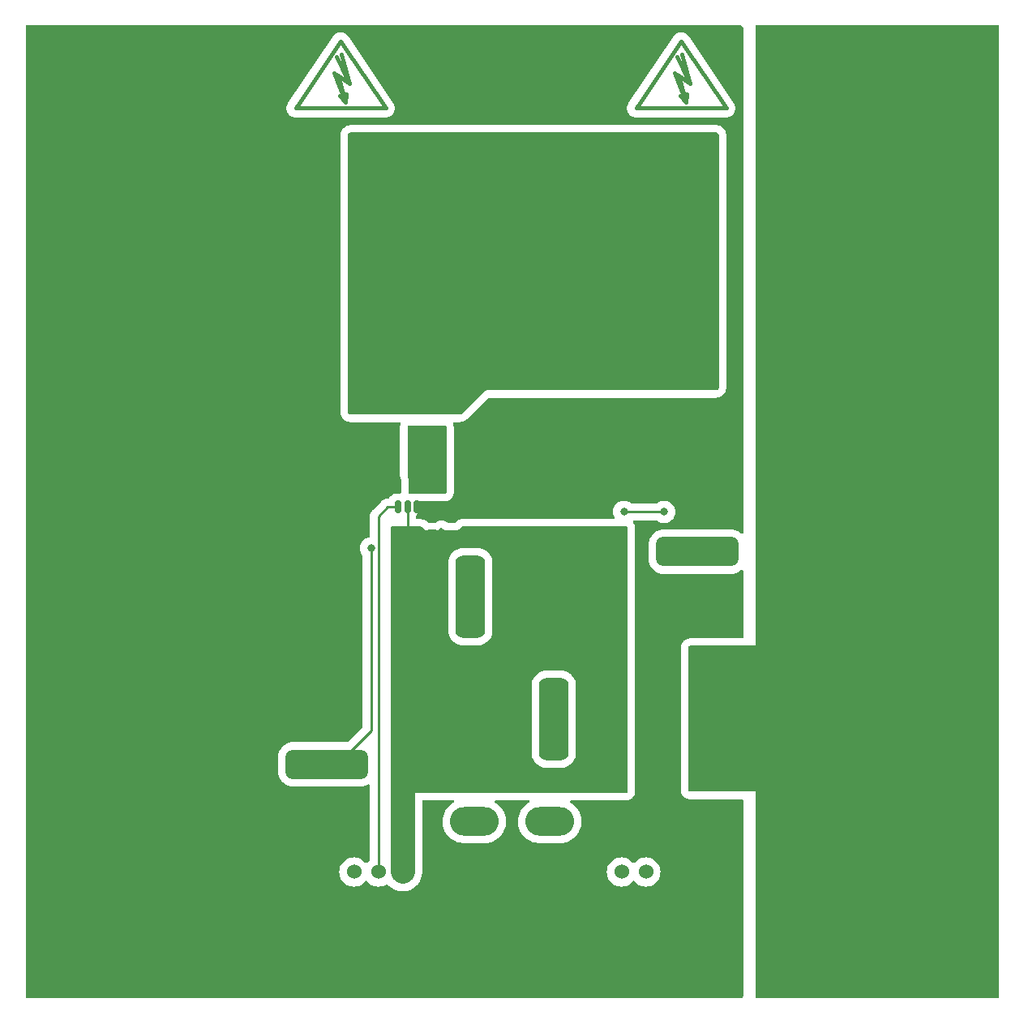
<source format=gbr>
%TF.GenerationSoftware,KiCad,Pcbnew,7.0.2*%
%TF.CreationDate,2024-03-28T22:10:04-05:00*%
%TF.ProjectId,Relay_board_hardware,52656c61-795f-4626-9f61-72645f686172,rev?*%
%TF.SameCoordinates,Original*%
%TF.FileFunction,Copper,L2,Bot*%
%TF.FilePolarity,Positive*%
%FSLAX46Y46*%
G04 Gerber Fmt 4.6, Leading zero omitted, Abs format (unit mm)*
G04 Created by KiCad (PCBNEW 7.0.2) date 2024-03-28 22:10:04*
%MOMM*%
%LPD*%
G01*
G04 APERTURE LIST*
G04 Aperture macros list*
%AMRoundRect*
0 Rectangle with rounded corners*
0 $1 Rounding radius*
0 $2 $3 $4 $5 $6 $7 $8 $9 X,Y pos of 4 corners*
0 Add a 4 corners polygon primitive as box body*
4,1,4,$2,$3,$4,$5,$6,$7,$8,$9,$2,$3,0*
0 Add four circle primitives for the rounded corners*
1,1,$1+$1,$2,$3*
1,1,$1+$1,$4,$5*
1,1,$1+$1,$6,$7*
1,1,$1+$1,$8,$9*
0 Add four rect primitives between the rounded corners*
20,1,$1+$1,$2,$3,$4,$5,0*
20,1,$1+$1,$4,$5,$6,$7,0*
20,1,$1+$1,$6,$7,$8,$9,0*
20,1,$1+$1,$8,$9,$2,$3,0*%
G04 Aperture macros list end*
%TA.AperFunction,EtchedComponent*%
%ADD10C,0.381000*%
%TD*%
%TA.AperFunction,ComponentPad*%
%ADD11O,5.100000X3.000000*%
%TD*%
%TA.AperFunction,ComponentPad*%
%ADD12R,25.400000X50.800000*%
%TD*%
%TA.AperFunction,ComponentPad*%
%ADD13RoundRect,0.775000X-3.525000X0.775000X-3.525000X-0.775000X3.525000X-0.775000X3.525000X0.775000X0*%
%TD*%
%TA.AperFunction,ComponentPad*%
%ADD14RoundRect,0.775000X0.775000X3.525000X-0.775000X3.525000X-0.775000X-3.525000X0.775000X-3.525000X0*%
%TD*%
%TA.AperFunction,ComponentPad*%
%ADD15RoundRect,0.775000X-0.775000X-3.525000X0.775000X-3.525000X0.775000X3.525000X-0.775000X3.525000X0*%
%TD*%
%TA.AperFunction,ComponentPad*%
%ADD16C,1.524000*%
%TD*%
%TA.AperFunction,ComponentPad*%
%ADD17RoundRect,0.775000X3.525000X-0.775000X3.525000X0.775000X-3.525000X0.775000X-3.525000X-0.775000X0*%
%TD*%
%TA.AperFunction,ComponentPad*%
%ADD18R,25.400000X25.400000*%
%TD*%
%TA.AperFunction,SMDPad,CuDef*%
%ADD19RoundRect,0.237500X0.237500X-0.300000X0.237500X0.300000X-0.237500X0.300000X-0.237500X-0.300000X0*%
%TD*%
%TA.AperFunction,SMDPad,CuDef*%
%ADD20RoundRect,0.150000X0.150000X-0.512500X0.150000X0.512500X-0.150000X0.512500X-0.150000X-0.512500X0*%
%TD*%
%TA.AperFunction,SMDPad,CuDef*%
%ADD21RoundRect,0.250000X0.300000X-2.050000X0.300000X2.050000X-0.300000X2.050000X-0.300000X-2.050000X0*%
%TD*%
%TA.AperFunction,SMDPad,CuDef*%
%ADD22RoundRect,0.250000X2.375000X-2.025000X2.375000X2.025000X-2.375000X2.025000X-2.375000X-2.025000X0*%
%TD*%
%TA.AperFunction,SMDPad,CuDef*%
%ADD23RoundRect,0.250002X5.149998X-4.449998X5.149998X4.449998X-5.149998X4.449998X-5.149998X-4.449998X0*%
%TD*%
%TA.AperFunction,ViaPad*%
%ADD24C,0.800000*%
%TD*%
%TA.AperFunction,Conductor*%
%ADD25C,0.254000*%
%TD*%
%TA.AperFunction,Conductor*%
%ADD26C,0.250000*%
%TD*%
%TA.AperFunction,Conductor*%
%ADD27C,2.540000*%
%TD*%
G04 APERTURE END LIST*
D10*
%TO.C,REF\u002A\u002A*%
X174752000Y-59436000D02*
X170053000Y-52451000D01*
X170952160Y-56842660D02*
X169753280Y-56042560D01*
X170952160Y-56842660D02*
X169651680Y-54041040D01*
X170550840Y-58841640D02*
X170652440Y-57942480D01*
X170550840Y-58841640D02*
X169951400Y-58143140D01*
X170550840Y-58841640D02*
X169351960Y-55742840D01*
X170152060Y-53842920D02*
X170952160Y-56842660D01*
X170053000Y-52451000D02*
X165354000Y-59436000D01*
X169753280Y-56042560D02*
X170550840Y-58841640D01*
X169351960Y-55742840D02*
X169951400Y-56141620D01*
X165354000Y-59436000D02*
X174752000Y-59436000D01*
X139192000Y-59436000D02*
X134493000Y-52451000D01*
X135392160Y-56842660D02*
X134193280Y-56042560D01*
X135392160Y-56842660D02*
X134091680Y-54041040D01*
X134990840Y-58841640D02*
X135092440Y-57942480D01*
X134990840Y-58841640D02*
X134391400Y-58143140D01*
X134990840Y-58841640D02*
X133791960Y-55742840D01*
X134592060Y-53842920D02*
X135392160Y-56842660D01*
X134493000Y-52451000D02*
X129794000Y-59436000D01*
X134193280Y-56042560D02*
X134990840Y-58841640D01*
X133791960Y-55742840D02*
X134391400Y-56141620D01*
X129794000Y-59436000D02*
X139192000Y-59436000D01*
%TD*%
D11*
%TO.P,Conn1,1,GND*%
%TO.N,/RLY_V-*%
X148463000Y-133922800D03*
%TO.P,Conn1,2,V+Log*%
%TO.N,/RLY_V+*%
X156337000Y-133922800D03*
%TD*%
D12*
%TO.P,V3,1,1*%
%TO.N,GND*%
X114300000Y-76200000D03*
%TD*%
D13*
%TO.P,K1,1*%
%TO.N,+12V*%
X158754000Y-105740000D03*
%TO.P,K1,2*%
%TO.N,Net-(IC1-DRAIN)*%
X171754000Y-105740000D03*
D14*
%TO.P,K1,3*%
%TO.N,VBUS*%
X173754000Y-123240000D03*
D15*
%TO.P,K1,4*%
%TO.N,/RLY_V+*%
X156754000Y-123240000D03*
%TD*%
D16*
%TO.P,Conn2,1*%
%TO.N,GND*%
X168910000Y-139192000D03*
%TO.P,Conn2,2*%
%TO.N,/V_SENSE_OUT*%
X166370000Y-139192000D03*
%TO.P,Conn2,3*%
%TO.N,+3V3*%
X163830000Y-139192000D03*
%TD*%
D12*
%TO.P,V5,1,1*%
%TO.N,GND*%
X114300000Y-127000000D03*
%TD*%
%TO.P,V2,1,1*%
%TO.N,VBUS*%
X190500000Y-76200000D03*
%TD*%
D16*
%TO.P,Conn3,1*%
%TO.N,+12V*%
X140970000Y-139192000D03*
%TO.P,Conn3,2*%
%TO.N,DSCHG_IN*%
X138430000Y-139192000D03*
%TO.P,Conn3,3*%
%TO.N,RLY_IN*%
X135890000Y-139192000D03*
%TD*%
D12*
%TO.P,V4,1,1*%
%TO.N,VBUS*%
X190500000Y-127000000D03*
%TD*%
D17*
%TO.P,K2,1*%
%TO.N,+12V*%
X146046000Y-127940000D03*
%TO.P,K2,2*%
%TO.N,Net-(IC1-DRAIN)*%
X133046000Y-127940000D03*
D15*
%TO.P,K2,3*%
%TO.N,GND*%
X131046000Y-110440000D03*
D14*
%TO.P,K2,4*%
%TO.N,/RLY_V-*%
X148046000Y-110440000D03*
%TD*%
D18*
%TO.P,V1,1,1*%
%TO.N,/PWRRES*%
X160655000Y-75565000D03*
%TD*%
D19*
%TO.P,C1,1*%
%TO.N,+12V*%
X144018000Y-103960000D03*
%TO.P,C1,2*%
%TO.N,GND*%
X144018000Y-102235000D03*
%TD*%
%TO.P,C2,1*%
%TO.N,+12V*%
X146050000Y-103986500D03*
%TO.P,C2,2*%
%TO.N,GND*%
X146050000Y-102261500D03*
%TD*%
D20*
%TO.P,U2,1,NC*%
%TO.N,GND*%
X142428000Y-101092000D03*
%TO.P,U2,2,Vdd*%
%TO.N,+12V*%
X141478000Y-101092000D03*
%TO.P,U2,3,IN*%
%TO.N,DSCHG_IN*%
X140528000Y-101092000D03*
%TO.P,U2,4,GND*%
%TO.N,GND*%
X140528000Y-98817000D03*
%TO.P,U2,5,OUT*%
%TO.N,Net-(Q1-G)*%
X142428000Y-98817000D03*
%TD*%
D21*
%TO.P,Q1,1,G*%
%TO.N,Net-(Q1-G)*%
X144018000Y-95183000D03*
D22*
%TO.P,Q1,2,D*%
%TO.N,/PWRRES*%
X138703000Y-88458000D03*
X144253000Y-88458000D03*
D23*
X141478000Y-86033000D03*
D22*
X138703000Y-83608000D03*
X144253000Y-83608000D03*
D21*
%TO.P,Q1,3,S*%
%TO.N,GND*%
X138938000Y-95183000D03*
%TD*%
D24*
%TO.N,GND*%
X155575000Y-99060000D03*
X168910000Y-127000000D03*
X168910000Y-130175000D03*
X168910000Y-99060000D03*
X135947000Y-136083000D03*
X129540000Y-135255000D03*
X134620000Y-97155000D03*
X168910000Y-97155000D03*
X128270000Y-97155000D03*
X134620000Y-99060000D03*
X168910000Y-123190000D03*
X164465000Y-93980000D03*
X162560000Y-92075000D03*
X168910000Y-119380000D03*
X175260000Y-97155000D03*
X149225000Y-99060000D03*
X149225000Y-97155000D03*
X155575000Y-97155000D03*
X135947000Y-134305000D03*
X175260000Y-99060000D03*
X168910000Y-116205000D03*
X128270000Y-99060000D03*
%TO.N,Net-(IC1-DRAIN)*%
X164084000Y-101600000D03*
X168275000Y-101600000D03*
X137668000Y-105410000D03*
%TO.N,VBUS*%
X176530000Y-123190000D03*
X176530000Y-127000000D03*
X176530000Y-130175000D03*
X176530000Y-116205000D03*
X176530000Y-119380000D03*
%TO.N,/PWRRES*%
X141478000Y-82931000D03*
X141478000Y-89281000D03*
X145288000Y-86106000D03*
X137668000Y-86106000D03*
X141478000Y-86106000D03*
X137668000Y-89281000D03*
X145288000Y-89281000D03*
X145288000Y-82931000D03*
X137668000Y-82931000D03*
%TD*%
D25*
%TO.N,Net-(IC1-DRAIN)*%
X137668000Y-124460000D02*
X134188000Y-127940000D01*
D26*
X168275000Y-101600000D02*
X164084000Y-101600000D01*
D25*
X134188000Y-127940000D02*
X133046000Y-127940000D01*
X137668000Y-105410000D02*
X137668000Y-124460000D01*
D26*
%TO.N,DSCHG_IN*%
X138430000Y-139192000D02*
X138430000Y-102077500D01*
X139415500Y-101092000D02*
X140528000Y-101092000D01*
X138430000Y-102077500D02*
X139415500Y-101092000D01*
D27*
%TO.N,+12V*%
X141935000Y-127940000D02*
X140970000Y-128905000D01*
D26*
X144145000Y-103960000D02*
X141933000Y-103960000D01*
D27*
X146046000Y-127940000D02*
X141935000Y-127940000D01*
D26*
X141478000Y-103505000D02*
X141933000Y-103960000D01*
X141478000Y-101092000D02*
X141478000Y-103505000D01*
D27*
X140970000Y-128905000D02*
X140970000Y-139192000D01*
D26*
X144018000Y-103960000D02*
X146023500Y-103960000D01*
X146023500Y-103960000D02*
X146050000Y-103986500D01*
%TD*%
%TA.AperFunction,Conductor*%
%TO.N,VBUS*%
G36*
X177800000Y-130810000D02*
G01*
X170939000Y-130810000D01*
X170871961Y-130790315D01*
X170826206Y-130737511D01*
X170815000Y-130686000D01*
X170815000Y-115694000D01*
X170834685Y-115626961D01*
X170887489Y-115581206D01*
X170939000Y-115570000D01*
X177800000Y-115570000D01*
X177800000Y-130810000D01*
G37*
%TD.AperFunction*%
%TD*%
%TA.AperFunction,Conductor*%
%TO.N,VBUS*%
G36*
X201934853Y-50800881D02*
G01*
X201987001Y-50804986D01*
X202127583Y-50817286D01*
X202145705Y-50820238D01*
X202224476Y-50839149D01*
X202227477Y-50839910D01*
X202332793Y-50868130D01*
X202348150Y-50873343D01*
X202376451Y-50885065D01*
X202428496Y-50906622D01*
X202433376Y-50908770D01*
X202526788Y-50952329D01*
X202539135Y-50958963D01*
X202615163Y-51005553D01*
X202621477Y-51009694D01*
X202704166Y-51067594D01*
X202713551Y-51074860D01*
X202781975Y-51133299D01*
X202789124Y-51139908D01*
X202860090Y-51210874D01*
X202866699Y-51218023D01*
X202925135Y-51286442D01*
X202932414Y-51295844D01*
X202990299Y-51378513D01*
X202994451Y-51384845D01*
X203041028Y-51460852D01*
X203047680Y-51473231D01*
X203091208Y-51566577D01*
X203093388Y-51571531D01*
X203126655Y-51651848D01*
X203131868Y-51667205D01*
X203160067Y-51772442D01*
X203160866Y-51775589D01*
X203179760Y-51854290D01*
X203182714Y-51872429D01*
X203195020Y-52013082D01*
X203199119Y-52065166D01*
X203199500Y-52074871D01*
X203199500Y-151125123D01*
X203199118Y-151134853D01*
X203195020Y-151186916D01*
X203182714Y-151327571D01*
X203179760Y-151345705D01*
X203160866Y-151424408D01*
X203160067Y-151427556D01*
X203131868Y-151532793D01*
X203126655Y-151548150D01*
X203093388Y-151628467D01*
X203091208Y-151633421D01*
X203047680Y-151726767D01*
X203041025Y-151739153D01*
X202994451Y-151815153D01*
X202990299Y-151821485D01*
X202932414Y-151904154D01*
X202925129Y-151913563D01*
X202866699Y-151981975D01*
X202860090Y-151989124D01*
X202789124Y-152060090D01*
X202781975Y-152066699D01*
X202713563Y-152125129D01*
X202704154Y-152132414D01*
X202621485Y-152190299D01*
X202615153Y-152194451D01*
X202539153Y-152241025D01*
X202526767Y-152247680D01*
X202433421Y-152291208D01*
X202428467Y-152293388D01*
X202348150Y-152326655D01*
X202332793Y-152331868D01*
X202227556Y-152360067D01*
X202224409Y-152360866D01*
X202145708Y-152379760D01*
X202127569Y-152382714D01*
X201986917Y-152395020D01*
X201963706Y-152396847D01*
X201934833Y-152399119D01*
X201925129Y-152399500D01*
X177924000Y-152399500D01*
X177856961Y-152379815D01*
X177811206Y-152327011D01*
X177800000Y-152275500D01*
X177800000Y-130810000D01*
X177800000Y-50924500D01*
X177819685Y-50857461D01*
X177872489Y-50811706D01*
X177924000Y-50800500D01*
X201925126Y-50800500D01*
X201934853Y-50800881D01*
G37*
%TD.AperFunction*%
%TD*%
%TA.AperFunction,Conductor*%
%TO.N,/PWRRES*%
G36*
X173747980Y-61978383D02*
G01*
X173809011Y-61990523D01*
X173853709Y-62009037D01*
X173895096Y-62036691D01*
X173929309Y-62070904D01*
X173956962Y-62112291D01*
X173975476Y-62156987D01*
X173987617Y-62218019D01*
X173990000Y-62242212D01*
X173990000Y-88633787D01*
X173987617Y-88657980D01*
X173975476Y-88719012D01*
X173956962Y-88763708D01*
X173929309Y-88805095D01*
X173895095Y-88839309D01*
X173853708Y-88866962D01*
X173809012Y-88885476D01*
X173760989Y-88895029D01*
X173747978Y-88897617D01*
X173723788Y-88900000D01*
X149711209Y-88900000D01*
X149614010Y-88919334D01*
X149531602Y-88974397D01*
X147149033Y-91356966D01*
X147130243Y-91372387D01*
X147078498Y-91406962D01*
X147033799Y-91425477D01*
X146972770Y-91437617D01*
X146948578Y-91440000D01*
X135521212Y-91440000D01*
X135497021Y-91437617D01*
X135480690Y-91434368D01*
X135435987Y-91425476D01*
X135391291Y-91406962D01*
X135349904Y-91379309D01*
X135315691Y-91345096D01*
X135288037Y-91303708D01*
X135269523Y-91259010D01*
X135257383Y-91197978D01*
X135255000Y-91173787D01*
X135255000Y-62242212D01*
X135257383Y-62218021D01*
X135269523Y-62156989D01*
X135288037Y-62112291D01*
X135315693Y-62070900D01*
X135349900Y-62036693D01*
X135391292Y-62009036D01*
X135435989Y-61990523D01*
X135497021Y-61978383D01*
X135521212Y-61976000D01*
X173723788Y-61976000D01*
X173747980Y-61978383D01*
G37*
%TD.AperFunction*%
%TD*%
%TA.AperFunction,Conductor*%
%TO.N,GND*%
G36*
X176290494Y-50802883D02*
G01*
X176349010Y-50814523D01*
X176393706Y-50833036D01*
X176410265Y-50844100D01*
X176435096Y-50860691D01*
X176469309Y-50894904D01*
X176496962Y-50936291D01*
X176515476Y-50980987D01*
X176527617Y-51042019D01*
X176530000Y-51066212D01*
X176530000Y-103742359D01*
X176510315Y-103809398D01*
X176457511Y-103855153D01*
X176388353Y-103865097D01*
X176325659Y-103836812D01*
X176252079Y-103774226D01*
X176180626Y-103713448D01*
X175968188Y-103585024D01*
X175968186Y-103585023D01*
X175737898Y-103492340D01*
X175495725Y-103437799D01*
X175352032Y-103427654D01*
X175352028Y-103427653D01*
X175349849Y-103427500D01*
X175347661Y-103427500D01*
X168160340Y-103427500D01*
X168160311Y-103427500D01*
X168158152Y-103427501D01*
X168155974Y-103427654D01*
X168155967Y-103427655D01*
X168012275Y-103437799D01*
X167770101Y-103492340D01*
X167539813Y-103585023D01*
X167327374Y-103713448D01*
X167138285Y-103874285D01*
X166977448Y-104063374D01*
X166849023Y-104275813D01*
X166756340Y-104506101D01*
X166729906Y-104623474D01*
X166701799Y-104748275D01*
X166691500Y-104894151D01*
X166691500Y-104896337D01*
X166691500Y-104896338D01*
X166691500Y-106583659D01*
X166691500Y-106583687D01*
X166691501Y-106585848D01*
X166691654Y-106588026D01*
X166691655Y-106588032D01*
X166701799Y-106731724D01*
X166756340Y-106973898D01*
X166849023Y-107204186D01*
X166849024Y-107204188D01*
X166977448Y-107416626D01*
X167051374Y-107503536D01*
X167138285Y-107605714D01*
X167215694Y-107671557D01*
X167327374Y-107766552D01*
X167539812Y-107894976D01*
X167770101Y-107987659D01*
X168012275Y-108042201D01*
X168158151Y-108052500D01*
X175349848Y-108052499D01*
X175495725Y-108042201D01*
X175737899Y-107987659D01*
X175968188Y-107894976D01*
X176180626Y-107766552D01*
X176325659Y-107643186D01*
X176389477Y-107614745D01*
X176458542Y-107625321D01*
X176510925Y-107671557D01*
X176530000Y-107737639D01*
X176530000Y-114678500D01*
X176510315Y-114745539D01*
X176457511Y-114791294D01*
X176406000Y-114802500D01*
X170939000Y-114802500D01*
X170935706Y-114802854D01*
X170935690Y-114802855D01*
X170779160Y-114819685D01*
X170779157Y-114819685D01*
X170775850Y-114820041D01*
X170772615Y-114820744D01*
X170772601Y-114820747D01*
X170724339Y-114831247D01*
X170702701Y-114836344D01*
X170702688Y-114836347D01*
X170698664Y-114837296D01*
X170694804Y-114838770D01*
X170694790Y-114838775D01*
X170532198Y-114900893D01*
X170412955Y-114982061D01*
X170384883Y-115001169D01*
X170382165Y-115003524D01*
X170382160Y-115003528D01*
X170333317Y-115045850D01*
X170333290Y-115045874D01*
X170332079Y-115046924D01*
X170330921Y-115048039D01*
X170330911Y-115048049D01*
X170273652Y-115103226D01*
X170167991Y-115246729D01*
X170099691Y-115407392D01*
X170099680Y-115407420D01*
X170098276Y-115410725D01*
X170097264Y-115414169D01*
X170097259Y-115414185D01*
X170078591Y-115477764D01*
X170078162Y-115479342D01*
X170068190Y-115516985D01*
X170068188Y-115517001D01*
X170068188Y-115517002D01*
X170047500Y-115694000D01*
X170047500Y-130686000D01*
X170047854Y-130689294D01*
X170047855Y-130689309D01*
X170060767Y-130809401D01*
X170065041Y-130849150D01*
X170065745Y-130852387D01*
X170065747Y-130852398D01*
X170076247Y-130900661D01*
X170081344Y-130922298D01*
X170081346Y-130922307D01*
X170082296Y-130926336D01*
X170083772Y-130930199D01*
X170083775Y-130930209D01*
X170145893Y-131092801D01*
X170145902Y-131092814D01*
X170246169Y-131240117D01*
X170291924Y-131292921D01*
X170348226Y-131351348D01*
X170491726Y-131457007D01*
X170530044Y-131473296D01*
X170652392Y-131525308D01*
X170652405Y-131525312D01*
X170655725Y-131526724D01*
X170659184Y-131527739D01*
X170659185Y-131527740D01*
X170722764Y-131546409D01*
X170724342Y-131546838D01*
X170761985Y-131556809D01*
X170761995Y-131556810D01*
X170762002Y-131556812D01*
X170939000Y-131577500D01*
X170942599Y-131577500D01*
X176406000Y-131577500D01*
X176473039Y-131597185D01*
X176518794Y-131649989D01*
X176530000Y-131701500D01*
X176530000Y-152133787D01*
X176527617Y-152157980D01*
X176515476Y-152219012D01*
X176496962Y-152263708D01*
X176469309Y-152305095D01*
X176435094Y-152339310D01*
X176393706Y-152366963D01*
X176349012Y-152385476D01*
X176313010Y-152392638D01*
X176290491Y-152397117D01*
X176266302Y-152399500D01*
X102874878Y-152399500D01*
X102865147Y-152399118D01*
X102813112Y-152395022D01*
X102724182Y-152387242D01*
X102674278Y-152382877D01*
X102668885Y-152382285D01*
X102666263Y-152381939D01*
X102653538Y-152379579D01*
X102575564Y-152360859D01*
X102572418Y-152360060D01*
X102467203Y-152331868D01*
X102451844Y-152326654D01*
X102371553Y-152293397D01*
X102366600Y-152291218D01*
X102307605Y-152263708D01*
X102273223Y-152247675D01*
X102260842Y-152241022D01*
X102184846Y-152194450D01*
X102178514Y-152190299D01*
X102095846Y-152132415D01*
X102086437Y-152125130D01*
X102018022Y-152066698D01*
X102010873Y-152060089D01*
X101939909Y-151989125D01*
X101933300Y-151981976D01*
X101874868Y-151913561D01*
X101867588Y-151904158D01*
X101809699Y-151821484D01*
X101805548Y-151815152D01*
X101758976Y-151739156D01*
X101752330Y-151726789D01*
X101708769Y-151633375D01*
X101706612Y-151628470D01*
X101673342Y-151548150D01*
X101668130Y-151532795D01*
X101639938Y-151427580D01*
X101639139Y-151424434D01*
X101620422Y-151346472D01*
X101618056Y-151333706D01*
X101617708Y-151331062D01*
X101617120Y-151325688D01*
X101604977Y-151186887D01*
X101600881Y-151134847D01*
X101600500Y-151125130D01*
X101600500Y-128783687D01*
X127983500Y-128783687D01*
X127983501Y-128785848D01*
X127983654Y-128788026D01*
X127983655Y-128788032D01*
X127993799Y-128931724D01*
X128048340Y-129173898D01*
X128141023Y-129404186D01*
X128141024Y-129404188D01*
X128269448Y-129616626D01*
X128343374Y-129703536D01*
X128430285Y-129805714D01*
X128517196Y-129879640D01*
X128619374Y-129966552D01*
X128831812Y-130094976D01*
X129062101Y-130187659D01*
X129304275Y-130242201D01*
X129450151Y-130252500D01*
X136641848Y-130252499D01*
X136787725Y-130242201D01*
X137029899Y-130187659D01*
X137260188Y-130094976D01*
X137354350Y-130038052D01*
X137421904Y-130020216D01*
X137488378Y-130041733D01*
X137532666Y-130095773D01*
X137542500Y-130144169D01*
X137542500Y-137887981D01*
X137522815Y-137955020D01*
X137499032Y-137982271D01*
X137348679Y-138110684D01*
X137254290Y-138221201D01*
X137195784Y-138259395D01*
X137125916Y-138259894D01*
X137066869Y-138222540D01*
X137065710Y-138221201D01*
X136971318Y-138110681D01*
X136788851Y-137954841D01*
X136679746Y-137887981D01*
X136584249Y-137829460D01*
X136502355Y-137795538D01*
X136362553Y-137737630D01*
X136129223Y-137681613D01*
X135890000Y-137662786D01*
X135650776Y-137681613D01*
X135417446Y-137737630D01*
X135195749Y-137829461D01*
X134991148Y-137954841D01*
X134808681Y-138110681D01*
X134652841Y-138293148D01*
X134527461Y-138497749D01*
X134435630Y-138719446D01*
X134379613Y-138952776D01*
X134360786Y-139192000D01*
X134379613Y-139431223D01*
X134435630Y-139664553D01*
X134493538Y-139804355D01*
X134527460Y-139886249D01*
X134527461Y-139886250D01*
X134652841Y-140090851D01*
X134808681Y-140273318D01*
X134991148Y-140429158D01*
X134991150Y-140429159D01*
X134991151Y-140429160D01*
X135195751Y-140554540D01*
X135323225Y-140607341D01*
X135417446Y-140646369D01*
X135491161Y-140664066D01*
X135650778Y-140702387D01*
X135890000Y-140721214D01*
X136129222Y-140702387D01*
X136362553Y-140646369D01*
X136584249Y-140554540D01*
X136788849Y-140429160D01*
X136971318Y-140273318D01*
X137065711Y-140162796D01*
X137124216Y-140124605D01*
X137194084Y-140124105D01*
X137253130Y-140161459D01*
X137254208Y-140162702D01*
X137348682Y-140273318D01*
X137348685Y-140273321D01*
X137531148Y-140429158D01*
X137531150Y-140429159D01*
X137531151Y-140429160D01*
X137735751Y-140554540D01*
X137863225Y-140607341D01*
X137957446Y-140646369D01*
X138031161Y-140664066D01*
X138190778Y-140702387D01*
X138430000Y-140721214D01*
X138669222Y-140702387D01*
X138902553Y-140646369D01*
X139124249Y-140554540D01*
X139250909Y-140476921D01*
X139318353Y-140458677D01*
X139384956Y-140479793D01*
X139409131Y-140501543D01*
X139409213Y-140501656D01*
X139606671Y-140706130D01*
X139830665Y-140881133D01*
X140076835Y-141023260D01*
X140340389Y-141129742D01*
X140616198Y-141198509D01*
X140620497Y-141198960D01*
X140620498Y-141198961D01*
X140894584Y-141227769D01*
X140898894Y-141228222D01*
X141182973Y-141218302D01*
X141462907Y-141168942D01*
X141733247Y-141081103D01*
X141988731Y-140956495D01*
X142224387Y-140797543D01*
X142435628Y-140607341D01*
X142618342Y-140389591D01*
X142768973Y-140148531D01*
X142884589Y-139888853D01*
X142962940Y-139615612D01*
X143002500Y-139334126D01*
X143002500Y-139192000D01*
X162300786Y-139192000D01*
X162319613Y-139431223D01*
X162375630Y-139664553D01*
X162433538Y-139804355D01*
X162467460Y-139886249D01*
X162467461Y-139886250D01*
X162592841Y-140090851D01*
X162748681Y-140273318D01*
X162931148Y-140429158D01*
X162931150Y-140429159D01*
X162931151Y-140429160D01*
X163135751Y-140554540D01*
X163263225Y-140607341D01*
X163357446Y-140646369D01*
X163431161Y-140664066D01*
X163590778Y-140702387D01*
X163830000Y-140721214D01*
X164069222Y-140702387D01*
X164302553Y-140646369D01*
X164524249Y-140554540D01*
X164728849Y-140429160D01*
X164911318Y-140273318D01*
X165005711Y-140162796D01*
X165064216Y-140124605D01*
X165134084Y-140124105D01*
X165193130Y-140161459D01*
X165194208Y-140162702D01*
X165288682Y-140273318D01*
X165288685Y-140273321D01*
X165471148Y-140429158D01*
X165471150Y-140429159D01*
X165471151Y-140429160D01*
X165675751Y-140554540D01*
X165803225Y-140607341D01*
X165897446Y-140646369D01*
X165971161Y-140664066D01*
X166130778Y-140702387D01*
X166370000Y-140721214D01*
X166609222Y-140702387D01*
X166842553Y-140646369D01*
X167064249Y-140554540D01*
X167268849Y-140429160D01*
X167451318Y-140273318D01*
X167607160Y-140090849D01*
X167732540Y-139886249D01*
X167824369Y-139664553D01*
X167880387Y-139431222D01*
X167899214Y-139192000D01*
X167880387Y-138952778D01*
X167824369Y-138719447D01*
X167732540Y-138497751D01*
X167607160Y-138293151D01*
X167607159Y-138293150D01*
X167607158Y-138293148D01*
X167451318Y-138110681D01*
X167268851Y-137954841D01*
X167159746Y-137887981D01*
X167064249Y-137829460D01*
X166982355Y-137795538D01*
X166842553Y-137737630D01*
X166609223Y-137681613D01*
X166370000Y-137662786D01*
X166130776Y-137681613D01*
X165897446Y-137737630D01*
X165675749Y-137829461D01*
X165471148Y-137954841D01*
X165288681Y-138110681D01*
X165194290Y-138221201D01*
X165135784Y-138259395D01*
X165065916Y-138259894D01*
X165006869Y-138222540D01*
X165005710Y-138221201D01*
X164911318Y-138110681D01*
X164728851Y-137954841D01*
X164619746Y-137887981D01*
X164524249Y-137829460D01*
X164442355Y-137795538D01*
X164302553Y-137737630D01*
X164069223Y-137681613D01*
X163830000Y-137662786D01*
X163590776Y-137681613D01*
X163357446Y-137737630D01*
X163135749Y-137829461D01*
X162931148Y-137954841D01*
X162748681Y-138110681D01*
X162592841Y-138293148D01*
X162467461Y-138497749D01*
X162375630Y-138719446D01*
X162319613Y-138952776D01*
X162300786Y-139192000D01*
X143002500Y-139192000D01*
X143002500Y-131828499D01*
X143022185Y-131761461D01*
X143074989Y-131715706D01*
X143126500Y-131704500D01*
X146266024Y-131704500D01*
X146333063Y-131724185D01*
X146378818Y-131776989D01*
X146388762Y-131846147D01*
X146359737Y-131909703D01*
X146321949Y-131939172D01*
X146261113Y-131969913D01*
X146261103Y-131969918D01*
X146257412Y-131971784D01*
X146254001Y-131974125D01*
X146253995Y-131974129D01*
X146011094Y-132140870D01*
X146011080Y-132140880D01*
X146007677Y-132143217D01*
X146004612Y-132145988D01*
X146004602Y-132145997D01*
X145786095Y-132343626D01*
X145786089Y-132343631D01*
X145783021Y-132346407D01*
X145780352Y-132349562D01*
X145780345Y-132349571D01*
X145590127Y-132574562D01*
X145590121Y-132574569D01*
X145587452Y-132577727D01*
X145585229Y-132581208D01*
X145585221Y-132581220D01*
X145426686Y-132829562D01*
X145426682Y-132829569D01*
X145424460Y-132833050D01*
X145422720Y-132836799D01*
X145422717Y-132836805D01*
X145298698Y-133104058D01*
X145298694Y-133104067D01*
X145296953Y-133107820D01*
X145295727Y-133111770D01*
X145295725Y-133111777D01*
X145208434Y-133393177D01*
X145207207Y-133397133D01*
X145206518Y-133401211D01*
X145206518Y-133401216D01*
X145181461Y-133549770D01*
X145156824Y-133695827D01*
X145156686Y-133699950D01*
X145156685Y-133699962D01*
X145146840Y-133994423D01*
X145146840Y-133994433D01*
X145146702Y-133998571D01*
X145147116Y-134002692D01*
X145147117Y-134002703D01*
X145176607Y-134295829D01*
X145177023Y-134299962D01*
X145177983Y-134303990D01*
X145177985Y-134304002D01*
X145246282Y-134590588D01*
X145247244Y-134594624D01*
X145248732Y-134598488D01*
X145248735Y-134598497D01*
X145354618Y-134873416D01*
X145356113Y-134877297D01*
X145358106Y-134880934D01*
X145358108Y-134880938D01*
X145499694Y-135139299D01*
X145499700Y-135139308D01*
X145501688Y-135142936D01*
X145504144Y-135146269D01*
X145504147Y-135146274D01*
X145678909Y-135383462D01*
X145681370Y-135386802D01*
X145891953Y-135604544D01*
X146129679Y-135792274D01*
X146390306Y-135946644D01*
X146669183Y-136064898D01*
X146961333Y-136144926D01*
X147261543Y-136185300D01*
X147265684Y-136185300D01*
X149586567Y-136185300D01*
X149588649Y-136185300D01*
X149815237Y-136170132D01*
X150112080Y-136109796D01*
X150398233Y-136010433D01*
X150668588Y-135873816D01*
X150918323Y-135702383D01*
X151142979Y-135499193D01*
X151338548Y-135267873D01*
X151501540Y-135012550D01*
X151629047Y-134737780D01*
X151718793Y-134448467D01*
X151769176Y-134149773D01*
X151779298Y-133847029D01*
X151748977Y-133545638D01*
X151678756Y-133250976D01*
X151569887Y-132968303D01*
X151495766Y-132833050D01*
X151426305Y-132706300D01*
X151426302Y-132706295D01*
X151424312Y-132702664D01*
X151244630Y-132458798D01*
X151034047Y-132241056D01*
X150899193Y-132134563D01*
X150799571Y-132055892D01*
X150799566Y-132055888D01*
X150796321Y-132053326D01*
X150792765Y-132051219D01*
X150792761Y-132051217D01*
X150596869Y-131935190D01*
X150549220Y-131884089D01*
X150536762Y-131815338D01*
X150563451Y-131750767D01*
X150620814Y-131710875D01*
X150660062Y-131704500D01*
X154140024Y-131704500D01*
X154207063Y-131724185D01*
X154252818Y-131776989D01*
X154262762Y-131846147D01*
X154233737Y-131909703D01*
X154195949Y-131939172D01*
X154135113Y-131969913D01*
X154135103Y-131969918D01*
X154131412Y-131971784D01*
X154128001Y-131974125D01*
X154127995Y-131974129D01*
X153885094Y-132140870D01*
X153885080Y-132140880D01*
X153881677Y-132143217D01*
X153878612Y-132145988D01*
X153878602Y-132145997D01*
X153660095Y-132343626D01*
X153660089Y-132343631D01*
X153657021Y-132346407D01*
X153654352Y-132349562D01*
X153654345Y-132349571D01*
X153464127Y-132574562D01*
X153464121Y-132574569D01*
X153461452Y-132577727D01*
X153459229Y-132581208D01*
X153459221Y-132581220D01*
X153300686Y-132829562D01*
X153300682Y-132829569D01*
X153298460Y-132833050D01*
X153296720Y-132836799D01*
X153296717Y-132836805D01*
X153172698Y-133104058D01*
X153172694Y-133104067D01*
X153170953Y-133107820D01*
X153169727Y-133111770D01*
X153169725Y-133111777D01*
X153082434Y-133393177D01*
X153081207Y-133397133D01*
X153080518Y-133401211D01*
X153080518Y-133401216D01*
X153055461Y-133549770D01*
X153030824Y-133695827D01*
X153030686Y-133699950D01*
X153030685Y-133699962D01*
X153020840Y-133994423D01*
X153020840Y-133994433D01*
X153020702Y-133998571D01*
X153021116Y-134002692D01*
X153021117Y-134002703D01*
X153050607Y-134295829D01*
X153051023Y-134299962D01*
X153051983Y-134303990D01*
X153051985Y-134304002D01*
X153120282Y-134590588D01*
X153121244Y-134594624D01*
X153122732Y-134598488D01*
X153122735Y-134598497D01*
X153228618Y-134873416D01*
X153230113Y-134877297D01*
X153232106Y-134880934D01*
X153232108Y-134880938D01*
X153373694Y-135139299D01*
X153373700Y-135139308D01*
X153375688Y-135142936D01*
X153378144Y-135146269D01*
X153378147Y-135146274D01*
X153552909Y-135383462D01*
X153555370Y-135386802D01*
X153765953Y-135604544D01*
X154003679Y-135792274D01*
X154264306Y-135946644D01*
X154543183Y-136064898D01*
X154835333Y-136144926D01*
X155135543Y-136185300D01*
X155139684Y-136185300D01*
X157460567Y-136185300D01*
X157462649Y-136185300D01*
X157689237Y-136170132D01*
X157986080Y-136109796D01*
X158272233Y-136010433D01*
X158542588Y-135873816D01*
X158792323Y-135702383D01*
X159016979Y-135499193D01*
X159212548Y-135267873D01*
X159375540Y-135012550D01*
X159503047Y-134737780D01*
X159592793Y-134448467D01*
X159643176Y-134149773D01*
X159653298Y-133847029D01*
X159622977Y-133545638D01*
X159552756Y-133250976D01*
X159443887Y-132968303D01*
X159369766Y-132833050D01*
X159300305Y-132706300D01*
X159300302Y-132706295D01*
X159298312Y-132702664D01*
X159118630Y-132458798D01*
X158908047Y-132241056D01*
X158773193Y-132134563D01*
X158673571Y-132055892D01*
X158673566Y-132055888D01*
X158670321Y-132053326D01*
X158666765Y-132051219D01*
X158666761Y-132051217D01*
X158470869Y-131935190D01*
X158423220Y-131884089D01*
X158410762Y-131815338D01*
X158437451Y-131750767D01*
X158494814Y-131710875D01*
X158534062Y-131704500D01*
X164337676Y-131704500D01*
X164341000Y-131704500D01*
X164504150Y-131686959D01*
X164555661Y-131675753D01*
X164581336Y-131669704D01*
X164678023Y-131632764D01*
X164747801Y-131606106D01*
X164747801Y-131606105D01*
X164747803Y-131606105D01*
X164895117Y-131505831D01*
X164947921Y-131460076D01*
X165006348Y-131403774D01*
X165112007Y-131260274D01*
X165181724Y-131096275D01*
X165201409Y-131029236D01*
X165201838Y-131027658D01*
X165211809Y-130990014D01*
X165211809Y-130990005D01*
X165211812Y-130989998D01*
X165232500Y-130813000D01*
X165232500Y-103248000D01*
X165214959Y-103084850D01*
X165203753Y-103033339D01*
X165197704Y-103007664D01*
X165196224Y-103003790D01*
X165134106Y-102841198D01*
X165080537Y-102762500D01*
X165033831Y-102693883D01*
X165031470Y-102691159D01*
X165029265Y-102688292D01*
X165032715Y-102692518D01*
X165003780Y-102629119D01*
X165013740Y-102559963D01*
X165059507Y-102507169D01*
X165126522Y-102487500D01*
X167474947Y-102487500D01*
X167541986Y-102507185D01*
X167558485Y-102519863D01*
X167571433Y-102531667D01*
X167571435Y-102531668D01*
X167571436Y-102531669D01*
X167754609Y-102645085D01*
X167955504Y-102722912D01*
X168167279Y-102762500D01*
X168167281Y-102762500D01*
X168382719Y-102762500D01*
X168382721Y-102762500D01*
X168594496Y-102722912D01*
X168795391Y-102645085D01*
X168978564Y-102531669D01*
X169107503Y-102414125D01*
X169137777Y-102386527D01*
X169147990Y-102373003D01*
X169267612Y-102214599D01*
X169267612Y-102214597D01*
X169267614Y-102214596D01*
X169363643Y-102021742D01*
X169422601Y-101814526D01*
X169428762Y-101748033D01*
X169442480Y-101600000D01*
X169427263Y-101435785D01*
X169422601Y-101385473D01*
X169363643Y-101178257D01*
X169267614Y-100985403D01*
X169137777Y-100813472D01*
X168978566Y-100668332D01*
X168795391Y-100554915D01*
X168795391Y-100554914D01*
X168594496Y-100477088D01*
X168382721Y-100437500D01*
X168167279Y-100437500D01*
X168004832Y-100467867D01*
X167955504Y-100477088D01*
X167754608Y-100554915D01*
X167571433Y-100668332D01*
X167558485Y-100680137D01*
X167495681Y-100710754D01*
X167474947Y-100712500D01*
X164884053Y-100712500D01*
X164817014Y-100692815D01*
X164800515Y-100680137D01*
X164787566Y-100668332D01*
X164604391Y-100554915D01*
X164403496Y-100477088D01*
X164191721Y-100437500D01*
X163976279Y-100437500D01*
X163813832Y-100467867D01*
X163764504Y-100477088D01*
X163563608Y-100554915D01*
X163380433Y-100668332D01*
X163221222Y-100813472D01*
X163091385Y-100985403D01*
X162995356Y-101178257D01*
X162936398Y-101385473D01*
X162916520Y-101600000D01*
X162936398Y-101814526D01*
X162995356Y-102021742D01*
X163072779Y-102177229D01*
X163085040Y-102246014D01*
X163058167Y-102310509D01*
X163000691Y-102350237D01*
X162961779Y-102356500D01*
X147178026Y-102356500D01*
X147175604Y-102356691D01*
X147175590Y-102356692D01*
X147059888Y-102365839D01*
X147059881Y-102365839D01*
X147057437Y-102366033D01*
X147055026Y-102366416D01*
X147055014Y-102366418D01*
X147022178Y-102371642D01*
X147022167Y-102371644D01*
X147018957Y-102372155D01*
X147015822Y-102372999D01*
X147015805Y-102373003D01*
X146863131Y-102414124D01*
X146708654Y-102495489D01*
X146708644Y-102495494D01*
X146705462Y-102497171D01*
X146702495Y-102499205D01*
X146702488Y-102499210D01*
X146647841Y-102536688D01*
X146646493Y-102537651D01*
X146614998Y-102560510D01*
X146514203Y-102658320D01*
X146452384Y-102690880D01*
X146416870Y-102692844D01*
X146348237Y-102686742D01*
X146348214Y-102686741D01*
X146345504Y-102686500D01*
X145754496Y-102686500D01*
X145751785Y-102686741D01*
X145751763Y-102686742D01*
X145663064Y-102694628D01*
X145594545Y-102680957D01*
X145579268Y-102671483D01*
X145512480Y-102623029D01*
X145512466Y-102623019D01*
X145511054Y-102621995D01*
X145507626Y-102619792D01*
X145489711Y-102608278D01*
X145489699Y-102608271D01*
X145487558Y-102606895D01*
X145375338Y-102547281D01*
X145375337Y-102547280D01*
X145375334Y-102547279D01*
X145207989Y-102497507D01*
X145207981Y-102497505D01*
X145204531Y-102496479D01*
X145196907Y-102495148D01*
X145137297Y-102484748D01*
X145137280Y-102484745D01*
X145135701Y-102484470D01*
X145134087Y-102484275D01*
X145134083Y-102484275D01*
X145055147Y-102474768D01*
X145055145Y-102474768D01*
X144936487Y-102480633D01*
X144877158Y-102483566D01*
X144709467Y-102532166D01*
X144709448Y-102532172D01*
X144706000Y-102533172D01*
X144702681Y-102534568D01*
X144702673Y-102534572D01*
X144641606Y-102560280D01*
X144640108Y-102560946D01*
X144604636Y-102577005D01*
X144490397Y-102649859D01*
X144423289Y-102669308D01*
X144412743Y-102668822D01*
X144316236Y-102660242D01*
X144316215Y-102660241D01*
X144313504Y-102660000D01*
X143722496Y-102660000D01*
X143719783Y-102660241D01*
X143719765Y-102660242D01*
X143649608Y-102666480D01*
X143581088Y-102652809D01*
X143549001Y-102628659D01*
X143533191Y-102612124D01*
X143518900Y-102597176D01*
X143489839Y-102571224D01*
X143434854Y-102531667D01*
X143358857Y-102476993D01*
X143198174Y-102408686D01*
X143198172Y-102408685D01*
X143194857Y-102407276D01*
X143191407Y-102406263D01*
X143191396Y-102406259D01*
X143127818Y-102387591D01*
X143126240Y-102387162D01*
X143088596Y-102377190D01*
X143088580Y-102377188D01*
X142911582Y-102356500D01*
X142907983Y-102356500D01*
X142489500Y-102356500D01*
X142422461Y-102336815D01*
X142376706Y-102284011D01*
X142365500Y-102232500D01*
X142365500Y-102187649D01*
X142385185Y-102120610D01*
X142393136Y-102109611D01*
X142397502Y-102104220D01*
X142484584Y-101933312D01*
X142534230Y-101748033D01*
X142540500Y-101668363D01*
X142540499Y-100575141D01*
X142560184Y-100508103D01*
X142612987Y-100462348D01*
X142682146Y-100452404D01*
X142688669Y-100453520D01*
X142707212Y-100457209D01*
X142739305Y-100461434D01*
X142839481Y-100468000D01*
X142841503Y-100468000D01*
X145414676Y-100468000D01*
X145418000Y-100468000D01*
X145581150Y-100450459D01*
X145632661Y-100439253D01*
X145658336Y-100433204D01*
X145755023Y-100396264D01*
X145824801Y-100369606D01*
X145824801Y-100369605D01*
X145824803Y-100369605D01*
X145972117Y-100269331D01*
X146024921Y-100223576D01*
X146083348Y-100167274D01*
X146189007Y-100023774D01*
X146258724Y-99859775D01*
X146278409Y-99792736D01*
X146278838Y-99791158D01*
X146288809Y-99753514D01*
X146288809Y-99753505D01*
X146288812Y-99753498D01*
X146309500Y-99576500D01*
X146309500Y-92712500D01*
X146291959Y-92549350D01*
X146280753Y-92497839D01*
X146274704Y-92472164D01*
X146257026Y-92425892D01*
X146237871Y-92375754D01*
X146232333Y-92306104D01*
X146265331Y-92244517D01*
X146326386Y-92210547D01*
X146353705Y-92207500D01*
X146947054Y-92207500D01*
X146948578Y-92207500D01*
X147023815Y-92203803D01*
X147048007Y-92201420D01*
X147122509Y-92190368D01*
X147183538Y-92178228D01*
X147327509Y-92134554D01*
X147372208Y-92116039D01*
X147504899Y-92045114D01*
X147556644Y-92010539D01*
X147617148Y-91965666D01*
X147635938Y-91950245D01*
X147691737Y-91899670D01*
X149887588Y-89703818D01*
X149948911Y-89670334D01*
X149975269Y-89667500D01*
X173722264Y-89667500D01*
X173723788Y-89667500D01*
X173799032Y-89663803D01*
X173823222Y-89661420D01*
X173897717Y-89650368D01*
X173958751Y-89638227D01*
X174102726Y-89594552D01*
X174147422Y-89576038D01*
X174280098Y-89505121D01*
X174321485Y-89477468D01*
X174437799Y-89382013D01*
X174472013Y-89347799D01*
X174567468Y-89231485D01*
X174595121Y-89190098D01*
X174666038Y-89057422D01*
X174684552Y-89012726D01*
X174728226Y-88868755D01*
X174740367Y-88807723D01*
X174751421Y-88733214D01*
X174753804Y-88709021D01*
X174757500Y-88633787D01*
X174757500Y-62242212D01*
X174753804Y-62166978D01*
X174751421Y-62142785D01*
X174740367Y-62068276D01*
X174728226Y-62007244D01*
X174684552Y-61863273D01*
X174666038Y-61818577D01*
X174595121Y-61685901D01*
X174567468Y-61644514D01*
X174565536Y-61642160D01*
X174565531Y-61642153D01*
X174473949Y-61530559D01*
X174473948Y-61530558D01*
X174472013Y-61528200D01*
X174437800Y-61493987D01*
X174435452Y-61492060D01*
X174435449Y-61492057D01*
X174323844Y-61400465D01*
X174323842Y-61400463D01*
X174321497Y-61398539D01*
X174280110Y-61370885D01*
X174277416Y-61369445D01*
X174277411Y-61369442D01*
X174150093Y-61301390D01*
X174150087Y-61301387D01*
X174147412Y-61299957D01*
X174144624Y-61298802D01*
X174144611Y-61298796D01*
X174105522Y-61282606D01*
X174105520Y-61282605D01*
X174102714Y-61281443D01*
X174099814Y-61280563D01*
X174099802Y-61280559D01*
X173961654Y-61238653D01*
X173961645Y-61238650D01*
X173958745Y-61237771D01*
X173955774Y-61237180D01*
X173955758Y-61237176D01*
X173899214Y-61225929D01*
X173899199Y-61225926D01*
X173897714Y-61225631D01*
X173896231Y-61225411D01*
X173896208Y-61225407D01*
X173824710Y-61214801D01*
X173824691Y-61214798D01*
X173823217Y-61214580D01*
X173821721Y-61214432D01*
X173821716Y-61214432D01*
X173800541Y-61212346D01*
X173800527Y-61212345D01*
X173799025Y-61212197D01*
X173797523Y-61212123D01*
X173797507Y-61212122D01*
X173725301Y-61208574D01*
X173725287Y-61208573D01*
X173723788Y-61208500D01*
X135521212Y-61208500D01*
X135519713Y-61208573D01*
X135519698Y-61208574D01*
X135447489Y-61212122D01*
X135447470Y-61212123D01*
X135445972Y-61212197D01*
X135444469Y-61212344D01*
X135444456Y-61212346D01*
X135423281Y-61214432D01*
X135423271Y-61214433D01*
X135421781Y-61214580D01*
X135420311Y-61214797D01*
X135420287Y-61214801D01*
X135348777Y-61225409D01*
X135348766Y-61225410D01*
X135347289Y-61225630D01*
X135345839Y-61225918D01*
X135345801Y-61225925D01*
X135289248Y-61237175D01*
X135286257Y-61237770D01*
X135283346Y-61238652D01*
X135283342Y-61238654D01*
X135145215Y-61280552D01*
X135145197Y-61280558D01*
X135142294Y-61281439D01*
X135139486Y-61282601D01*
X135139472Y-61282607D01*
X135100412Y-61298785D01*
X135100394Y-61298793D01*
X135097597Y-61299952D01*
X135094914Y-61301386D01*
X135094912Y-61301387D01*
X134967586Y-61369442D01*
X134967575Y-61369448D01*
X134964895Y-61370881D01*
X134962374Y-61372564D01*
X134962358Y-61372575D01*
X134926031Y-61396848D01*
X134926026Y-61396852D01*
X134923503Y-61398538D01*
X134921163Y-61400458D01*
X134921150Y-61400468D01*
X134809550Y-61492057D01*
X134807196Y-61493989D01*
X134772989Y-61528196D01*
X134771064Y-61530541D01*
X134771060Y-61530546D01*
X134679467Y-61642152D01*
X134679458Y-61642163D01*
X134677536Y-61644506D01*
X134675861Y-61647011D01*
X134675846Y-61647033D01*
X134651574Y-61683360D01*
X134651564Y-61683376D01*
X134649880Y-61685897D01*
X134648447Y-61688577D01*
X134648441Y-61688588D01*
X134580388Y-61815910D01*
X134578957Y-61818588D01*
X134577798Y-61821384D01*
X134577798Y-61821387D01*
X134560443Y-61863286D01*
X134559563Y-61866185D01*
X134559559Y-61866198D01*
X134517654Y-62004342D01*
X134516770Y-62007257D01*
X134516176Y-62010242D01*
X134516174Y-62010251D01*
X134504925Y-62066801D01*
X134504918Y-62066839D01*
X134504630Y-62068289D01*
X134504410Y-62069766D01*
X134504409Y-62069777D01*
X134493801Y-62141287D01*
X134493797Y-62141311D01*
X134493580Y-62142781D01*
X134491197Y-62166972D01*
X134491123Y-62168470D01*
X134491122Y-62168489D01*
X134487574Y-62240698D01*
X134487500Y-62242212D01*
X134487500Y-91173787D01*
X134491197Y-91249027D01*
X134493580Y-91273218D01*
X134504630Y-91347710D01*
X134504919Y-91349166D01*
X134504925Y-91349197D01*
X134516174Y-91405747D01*
X134516770Y-91408742D01*
X134560443Y-91552713D01*
X134578957Y-91597411D01*
X134649880Y-91730102D01*
X134651569Y-91732631D01*
X134651574Y-91732638D01*
X134675844Y-91768962D01*
X134675852Y-91768973D01*
X134677534Y-91771490D01*
X134772987Y-91887800D01*
X134807200Y-91922013D01*
X134809558Y-91923948D01*
X134809559Y-91923949D01*
X134921153Y-92015531D01*
X134921160Y-92015536D01*
X134923514Y-92017468D01*
X134964901Y-92045121D01*
X135097577Y-92116038D01*
X135142273Y-92134552D01*
X135286248Y-92178227D01*
X135347282Y-92190368D01*
X135421781Y-92201420D01*
X135445972Y-92203803D01*
X135521212Y-92207500D01*
X140668080Y-92207500D01*
X140735119Y-92227185D01*
X140780874Y-92279989D01*
X140790818Y-92349147D01*
X140782196Y-92380012D01*
X140762691Y-92425892D01*
X140762680Y-92425920D01*
X140761276Y-92429225D01*
X140760264Y-92432669D01*
X140760259Y-92432685D01*
X140741591Y-92496264D01*
X140741162Y-92497842D01*
X140731190Y-92535485D01*
X140731188Y-92535501D01*
X140731188Y-92535502D01*
X140710500Y-92712500D01*
X140710500Y-97834864D01*
X140710503Y-97837097D01*
X140731706Y-98014033D01*
X140745221Y-98070327D01*
X140745744Y-98072493D01*
X140807665Y-98239591D01*
X140809298Y-98242797D01*
X140810752Y-98246114D01*
X140808358Y-98241058D01*
X140817483Y-98264825D01*
X140818772Y-98269635D01*
X140822999Y-98301732D01*
X140822999Y-99341951D01*
X140821093Y-99363611D01*
X140810782Y-99421732D01*
X140809203Y-99544594D01*
X140788658Y-99611375D01*
X140735271Y-99656447D01*
X140685213Y-99667000D01*
X140316559Y-99667000D01*
X140316533Y-99667000D01*
X140314138Y-99667001D01*
X140311747Y-99667189D01*
X140311725Y-99667190D01*
X140240878Y-99672765D01*
X140234467Y-99673270D01*
X140202144Y-99681931D01*
X140049187Y-99722915D01*
X139878279Y-99809998D01*
X139729211Y-99930711D01*
X139608498Y-100079780D01*
X139581398Y-100132965D01*
X139533423Y-100183760D01*
X139475115Y-100198198D01*
X139475218Y-100200152D01*
X139462203Y-100200834D01*
X139395497Y-100204330D01*
X139389007Y-100204500D01*
X139368985Y-100204500D01*
X139365779Y-100204836D01*
X139365758Y-100204838D01*
X139349067Y-100206593D01*
X139342598Y-100207102D01*
X139275896Y-100210598D01*
X139262683Y-100214138D01*
X139243560Y-100217682D01*
X139229964Y-100219111D01*
X139166427Y-100239755D01*
X139160207Y-100241597D01*
X139095694Y-100258884D01*
X139083510Y-100265092D01*
X139065546Y-100272533D01*
X139052530Y-100276762D01*
X138994680Y-100310161D01*
X138988979Y-100313257D01*
X138929468Y-100343580D01*
X138918838Y-100352188D01*
X138902811Y-100363203D01*
X138890965Y-100370042D01*
X138841322Y-100414740D01*
X138836397Y-100418947D01*
X138823343Y-100429519D01*
X138820833Y-100431552D01*
X138818564Y-100433820D01*
X138818536Y-100433846D01*
X138806662Y-100445721D01*
X138801957Y-100450186D01*
X138752323Y-100494877D01*
X138744281Y-100505945D01*
X138731650Y-100520733D01*
X137858735Y-101393649D01*
X137843943Y-101406284D01*
X137832875Y-101414325D01*
X137788176Y-101463968D01*
X137783714Y-101468669D01*
X137771851Y-101480533D01*
X137771834Y-101480551D01*
X137769552Y-101482834D01*
X137767528Y-101485332D01*
X137767502Y-101485362D01*
X137756945Y-101498398D01*
X137752740Y-101503322D01*
X137708041Y-101552968D01*
X137701199Y-101564817D01*
X137690189Y-101580836D01*
X137681580Y-101591467D01*
X137651259Y-101650976D01*
X137648163Y-101656678D01*
X137614760Y-101714534D01*
X137610533Y-101727543D01*
X137603094Y-101745503D01*
X137596882Y-101757696D01*
X137579590Y-101822229D01*
X137577747Y-101828452D01*
X137557111Y-101891962D01*
X137555681Y-101905566D01*
X137552138Y-101924684D01*
X137548597Y-101937898D01*
X137545102Y-102004598D01*
X137544593Y-102011067D01*
X137542838Y-102027758D01*
X137542836Y-102027779D01*
X137542500Y-102030985D01*
X137542500Y-102034228D01*
X137542500Y-102051006D01*
X137542330Y-102057495D01*
X137538834Y-102124204D01*
X137540973Y-102137709D01*
X137542500Y-102157107D01*
X137542500Y-104147855D01*
X137522815Y-104214894D01*
X137470011Y-104260649D01*
X137441286Y-104269743D01*
X137348508Y-104287086D01*
X137147608Y-104364915D01*
X136964433Y-104478332D01*
X136805222Y-104623472D01*
X136675385Y-104795403D01*
X136579356Y-104988257D01*
X136520398Y-105195473D01*
X136500520Y-105409999D01*
X136520398Y-105624526D01*
X136579356Y-105831742D01*
X136675385Y-106024596D01*
X136753454Y-106127974D01*
X136778146Y-106193335D01*
X136778500Y-106202701D01*
X136778500Y-124040194D01*
X136758815Y-124107233D01*
X136742181Y-124127875D01*
X135278875Y-125591181D01*
X135217552Y-125624666D01*
X135191194Y-125627500D01*
X129452340Y-125627500D01*
X129452311Y-125627500D01*
X129450152Y-125627501D01*
X129447974Y-125627654D01*
X129447967Y-125627655D01*
X129304275Y-125637799D01*
X129062101Y-125692340D01*
X128831813Y-125785023D01*
X128619374Y-125913448D01*
X128430285Y-126074285D01*
X128269448Y-126263374D01*
X128141023Y-126475813D01*
X128048340Y-126706101D01*
X127993799Y-126948274D01*
X127993799Y-126948275D01*
X127983500Y-127094151D01*
X127983500Y-127096337D01*
X127983500Y-127096338D01*
X127983500Y-128783659D01*
X127983500Y-128783687D01*
X101600500Y-128783687D01*
X101600500Y-59451197D01*
X128836204Y-59451197D01*
X128836941Y-59457459D01*
X128837632Y-59478221D01*
X128837313Y-59484514D01*
X128849150Y-59561785D01*
X128849729Y-59566060D01*
X128858869Y-59643687D01*
X128860852Y-59649673D01*
X128865709Y-59669875D01*
X128866663Y-59676105D01*
X128893807Y-59749395D01*
X128895235Y-59753466D01*
X128919817Y-59827673D01*
X128922966Y-59833139D01*
X128931789Y-59851947D01*
X128933980Y-59857860D01*
X128933981Y-59857861D01*
X128975316Y-59924178D01*
X128977534Y-59927878D01*
X129016559Y-59995630D01*
X129020735Y-60000342D01*
X129033168Y-60016996D01*
X129036500Y-60022341D01*
X129036502Y-60022343D01*
X129036504Y-60022346D01*
X129090374Y-60079017D01*
X129093273Y-60082176D01*
X129145123Y-60140671D01*
X129150168Y-60144450D01*
X129165699Y-60158260D01*
X129170039Y-60162825D01*
X129234173Y-60207463D01*
X129237673Y-60209990D01*
X129278276Y-60240401D01*
X129300257Y-60256865D01*
X129305951Y-60259547D01*
X129323949Y-60269949D01*
X129329122Y-60273550D01*
X129400953Y-60304375D01*
X129404839Y-60306123D01*
X129475602Y-60339452D01*
X129481728Y-60340934D01*
X129501449Y-60347500D01*
X129507236Y-60349984D01*
X129583788Y-60365715D01*
X129587990Y-60366656D01*
X129628415Y-60376440D01*
X129663983Y-60385050D01*
X129670278Y-60385269D01*
X129690917Y-60387731D01*
X129697089Y-60389000D01*
X129775241Y-60389000D01*
X129779557Y-60389075D01*
X129857686Y-60391796D01*
X129857686Y-60391795D01*
X129857688Y-60391796D01*
X129863902Y-60390742D01*
X129884620Y-60389000D01*
X139156144Y-60389000D01*
X139164387Y-60389274D01*
X139169007Y-60389581D01*
X139225335Y-60393335D01*
X139302800Y-60382722D01*
X139307077Y-60382212D01*
X139384827Y-60374306D01*
X139390833Y-60372421D01*
X139411118Y-60367883D01*
X139417363Y-60367028D01*
X139491161Y-60341018D01*
X139495141Y-60339693D01*
X139569759Y-60316283D01*
X139575259Y-60313229D01*
X139594221Y-60304698D01*
X139600165Y-60302604D01*
X139667198Y-60262282D01*
X139670863Y-60260164D01*
X139739226Y-60222222D01*
X139743998Y-60218124D01*
X139760864Y-60205945D01*
X139761952Y-60205290D01*
X139766256Y-60202702D01*
X139823817Y-60149696D01*
X139826931Y-60146927D01*
X139886290Y-60095972D01*
X139890140Y-60090997D01*
X139904204Y-60075675D01*
X139908837Y-60071411D01*
X139954532Y-60007928D01*
X139957067Y-60004533D01*
X140004929Y-59942703D01*
X140007703Y-59937045D01*
X140018394Y-59919209D01*
X140022070Y-59914105D01*
X140054045Y-59842738D01*
X140055835Y-59838921D01*
X140090287Y-59768689D01*
X140091866Y-59762589D01*
X140098742Y-59742979D01*
X140101321Y-59737226D01*
X140118271Y-59660897D01*
X140119267Y-59656755D01*
X140138869Y-59581055D01*
X140139188Y-59574765D01*
X140141978Y-59554155D01*
X140143343Y-59548015D01*
X140144582Y-59469857D01*
X140144723Y-59465603D01*
X140145454Y-59451197D01*
X164396204Y-59451197D01*
X164396941Y-59457459D01*
X164397632Y-59478221D01*
X164397313Y-59484514D01*
X164409150Y-59561785D01*
X164409729Y-59566060D01*
X164418869Y-59643687D01*
X164420852Y-59649673D01*
X164425709Y-59669875D01*
X164426663Y-59676105D01*
X164453807Y-59749395D01*
X164455235Y-59753466D01*
X164479817Y-59827673D01*
X164482966Y-59833139D01*
X164491789Y-59851947D01*
X164493980Y-59857860D01*
X164493981Y-59857861D01*
X164535316Y-59924178D01*
X164537534Y-59927878D01*
X164576559Y-59995630D01*
X164580735Y-60000342D01*
X164593168Y-60016996D01*
X164596500Y-60022341D01*
X164596502Y-60022343D01*
X164596504Y-60022346D01*
X164650374Y-60079017D01*
X164653273Y-60082176D01*
X164705123Y-60140671D01*
X164710168Y-60144450D01*
X164725699Y-60158260D01*
X164730039Y-60162825D01*
X164794173Y-60207463D01*
X164797673Y-60209990D01*
X164838276Y-60240401D01*
X164860257Y-60256865D01*
X164865951Y-60259547D01*
X164883949Y-60269949D01*
X164889122Y-60273550D01*
X164960953Y-60304375D01*
X164964839Y-60306123D01*
X165035602Y-60339452D01*
X165041728Y-60340934D01*
X165061449Y-60347500D01*
X165067236Y-60349984D01*
X165143788Y-60365715D01*
X165147990Y-60366656D01*
X165188415Y-60376440D01*
X165223983Y-60385050D01*
X165230278Y-60385269D01*
X165250917Y-60387731D01*
X165257089Y-60389000D01*
X165335241Y-60389000D01*
X165339557Y-60389075D01*
X165417686Y-60391796D01*
X165417686Y-60391795D01*
X165417688Y-60391796D01*
X165423902Y-60390742D01*
X165444620Y-60389000D01*
X174716144Y-60389000D01*
X174724387Y-60389274D01*
X174729007Y-60389581D01*
X174785335Y-60393335D01*
X174862800Y-60382722D01*
X174867077Y-60382212D01*
X174944827Y-60374306D01*
X174950833Y-60372421D01*
X174971118Y-60367883D01*
X174977363Y-60367028D01*
X175051161Y-60341018D01*
X175055141Y-60339693D01*
X175129759Y-60316283D01*
X175135259Y-60313229D01*
X175154221Y-60304698D01*
X175160165Y-60302604D01*
X175227198Y-60262282D01*
X175230863Y-60260164D01*
X175299226Y-60222222D01*
X175303998Y-60218124D01*
X175320864Y-60205945D01*
X175321952Y-60205290D01*
X175326256Y-60202702D01*
X175383817Y-60149696D01*
X175386931Y-60146927D01*
X175446290Y-60095972D01*
X175450140Y-60090997D01*
X175464204Y-60075675D01*
X175468837Y-60071411D01*
X175514532Y-60007928D01*
X175517067Y-60004533D01*
X175564929Y-59942703D01*
X175567703Y-59937045D01*
X175578394Y-59919209D01*
X175582070Y-59914105D01*
X175614045Y-59842738D01*
X175615835Y-59838921D01*
X175650287Y-59768689D01*
X175651866Y-59762589D01*
X175658742Y-59742979D01*
X175661321Y-59737226D01*
X175678271Y-59660897D01*
X175679267Y-59656755D01*
X175698869Y-59581055D01*
X175699188Y-59574765D01*
X175701978Y-59554155D01*
X175703343Y-59548015D01*
X175704582Y-59469857D01*
X175704723Y-59465603D01*
X175708686Y-59387482D01*
X175708685Y-59387481D01*
X175708686Y-59387478D01*
X175707733Y-59381258D01*
X175706318Y-59360502D01*
X175706418Y-59354218D01*
X175706418Y-59354217D01*
X175691894Y-59277385D01*
X175691173Y-59273167D01*
X175688862Y-59258084D01*
X175679336Y-59195896D01*
X175677146Y-59189985D01*
X175671586Y-59169953D01*
X175670418Y-59163770D01*
X175640723Y-59091428D01*
X175639175Y-59087462D01*
X175612020Y-59014140D01*
X175608691Y-59008799D01*
X175599209Y-58990291D01*
X175596819Y-58984467D01*
X175553168Y-58919581D01*
X175550860Y-58916018D01*
X175509496Y-58849654D01*
X175509495Y-58849653D01*
X175509494Y-58849651D01*
X175505154Y-58845085D01*
X175492144Y-58828869D01*
X170864654Y-51950169D01*
X170860089Y-51942844D01*
X170830441Y-51891370D01*
X170777494Y-51831638D01*
X170774932Y-51828653D01*
X170723906Y-51767271D01*
X170723903Y-51767269D01*
X170723902Y-51767267D01*
X170720290Y-51764378D01*
X170704946Y-51749792D01*
X170701875Y-51746328D01*
X170701871Y-51746325D01*
X170637953Y-51698450D01*
X170634843Y-51696042D01*
X170572533Y-51646210D01*
X170568410Y-51644106D01*
X170550457Y-51632916D01*
X170546745Y-51630136D01*
X170474512Y-51596115D01*
X170470979Y-51594382D01*
X170466815Y-51592257D01*
X170451411Y-51584395D01*
X170399897Y-51558103D01*
X170395437Y-51556873D01*
X170375587Y-51549522D01*
X170371397Y-51547548D01*
X170293828Y-51528772D01*
X170290021Y-51527786D01*
X170213057Y-51506550D01*
X170208432Y-51506242D01*
X170187514Y-51503038D01*
X170183018Y-51501950D01*
X170103256Y-51499171D01*
X170099332Y-51498972D01*
X170019662Y-51493664D01*
X170015064Y-51494294D01*
X169993947Y-51495364D01*
X169989316Y-51495203D01*
X169910596Y-51508543D01*
X169906711Y-51509138D01*
X169827638Y-51519971D01*
X169823261Y-51521514D01*
X169802783Y-51526815D01*
X169802147Y-51526923D01*
X169798212Y-51527590D01*
X169723798Y-51556500D01*
X169720112Y-51557865D01*
X169644834Y-51584395D01*
X169640860Y-51586786D01*
X169621865Y-51596103D01*
X169617550Y-51597779D01*
X169550489Y-51641070D01*
X169547153Y-51643150D01*
X169478739Y-51684300D01*
X169475322Y-51687447D01*
X169458605Y-51700387D01*
X169454711Y-51702900D01*
X169397765Y-51758777D01*
X169394917Y-51761485D01*
X169336160Y-51815590D01*
X169333450Y-51819356D01*
X169319676Y-51835401D01*
X169316368Y-51838647D01*
X169271807Y-51904884D01*
X169269563Y-51908108D01*
X169222927Y-51972898D01*
X169221031Y-51977129D01*
X169210764Y-51995624D01*
X164583281Y-58874317D01*
X164578452Y-58881003D01*
X164541070Y-58929297D01*
X164506651Y-58999465D01*
X164504685Y-59003303D01*
X164467835Y-59072250D01*
X164466045Y-59078291D01*
X164458491Y-59097646D01*
X164455713Y-59103308D01*
X164436122Y-59178971D01*
X164434969Y-59183125D01*
X164412751Y-59258084D01*
X164412213Y-59264366D01*
X164408711Y-59284841D01*
X164407131Y-59290943D01*
X164403170Y-59369028D01*
X164402876Y-59373331D01*
X164396204Y-59451197D01*
X140145454Y-59451197D01*
X140148686Y-59387482D01*
X140148685Y-59387481D01*
X140148686Y-59387478D01*
X140147733Y-59381258D01*
X140146318Y-59360502D01*
X140146418Y-59354218D01*
X140146418Y-59354217D01*
X140131894Y-59277385D01*
X140131173Y-59273167D01*
X140128862Y-59258084D01*
X140119336Y-59195896D01*
X140117146Y-59189985D01*
X140111586Y-59169953D01*
X140110418Y-59163770D01*
X140080723Y-59091428D01*
X140079175Y-59087462D01*
X140052020Y-59014140D01*
X140048691Y-59008799D01*
X140039209Y-58990291D01*
X140036819Y-58984467D01*
X139993168Y-58919581D01*
X139990860Y-58916018D01*
X139949496Y-58849654D01*
X139949495Y-58849653D01*
X139949494Y-58849651D01*
X139945154Y-58845085D01*
X139932144Y-58828869D01*
X135304654Y-51950169D01*
X135300089Y-51942844D01*
X135270441Y-51891370D01*
X135217494Y-51831638D01*
X135214932Y-51828653D01*
X135163906Y-51767271D01*
X135163903Y-51767269D01*
X135163902Y-51767267D01*
X135160290Y-51764378D01*
X135144946Y-51749792D01*
X135141875Y-51746328D01*
X135141871Y-51746325D01*
X135077953Y-51698450D01*
X135074843Y-51696042D01*
X135012533Y-51646210D01*
X135008410Y-51644106D01*
X134990457Y-51632916D01*
X134986745Y-51630136D01*
X134914512Y-51596115D01*
X134910979Y-51594382D01*
X134906815Y-51592257D01*
X134891411Y-51584395D01*
X134839897Y-51558103D01*
X134835437Y-51556873D01*
X134815587Y-51549522D01*
X134811397Y-51547548D01*
X134733828Y-51528772D01*
X134730021Y-51527786D01*
X134653057Y-51506550D01*
X134648432Y-51506242D01*
X134627514Y-51503038D01*
X134623018Y-51501950D01*
X134543256Y-51499171D01*
X134539332Y-51498972D01*
X134459662Y-51493664D01*
X134455064Y-51494294D01*
X134433947Y-51495364D01*
X134429316Y-51495203D01*
X134350596Y-51508543D01*
X134346711Y-51509138D01*
X134267638Y-51519971D01*
X134263261Y-51521514D01*
X134242783Y-51526815D01*
X134242147Y-51526923D01*
X134238212Y-51527590D01*
X134163798Y-51556500D01*
X134160112Y-51557865D01*
X134084834Y-51584395D01*
X134080860Y-51586786D01*
X134061865Y-51596103D01*
X134057550Y-51597779D01*
X133990489Y-51641070D01*
X133987153Y-51643150D01*
X133918739Y-51684300D01*
X133915322Y-51687447D01*
X133898605Y-51700387D01*
X133894711Y-51702900D01*
X133837765Y-51758777D01*
X133834917Y-51761485D01*
X133776160Y-51815590D01*
X133773450Y-51819356D01*
X133759676Y-51835401D01*
X133756368Y-51838647D01*
X133711807Y-51904884D01*
X133709563Y-51908108D01*
X133662927Y-51972898D01*
X133661031Y-51977129D01*
X133650764Y-51995624D01*
X129023281Y-58874317D01*
X129018452Y-58881003D01*
X128981070Y-58929297D01*
X128946651Y-58999465D01*
X128944685Y-59003303D01*
X128907835Y-59072250D01*
X128906045Y-59078291D01*
X128898491Y-59097646D01*
X128895713Y-59103308D01*
X128876122Y-59178971D01*
X128874969Y-59183125D01*
X128852751Y-59258084D01*
X128852213Y-59264366D01*
X128848711Y-59284841D01*
X128847131Y-59290943D01*
X128843170Y-59369028D01*
X128842876Y-59373331D01*
X128836204Y-59451197D01*
X101600500Y-59451197D01*
X101600500Y-52074872D01*
X101600882Y-52065144D01*
X101604977Y-52013107D01*
X101617123Y-51874272D01*
X101617704Y-51868969D01*
X101617760Y-51868540D01*
X101618053Y-51866314D01*
X101620415Y-51853555D01*
X101639155Y-51775498D01*
X101639925Y-51772466D01*
X101668134Y-51667190D01*
X101673339Y-51651858D01*
X101706626Y-51571495D01*
X101708754Y-51566658D01*
X101752337Y-51473195D01*
X101758966Y-51460860D01*
X101805548Y-51384844D01*
X101809683Y-51378538D01*
X101867602Y-51295820D01*
X101874849Y-51286461D01*
X101933322Y-51217997D01*
X101939884Y-51210899D01*
X102010899Y-51139884D01*
X102017997Y-51133322D01*
X102086461Y-51074849D01*
X102095820Y-51067602D01*
X102178538Y-51009683D01*
X102184846Y-51005548D01*
X102260860Y-50958966D01*
X102273195Y-50952337D01*
X102366658Y-50908754D01*
X102371495Y-50906626D01*
X102451858Y-50873339D01*
X102467190Y-50868134D01*
X102572466Y-50839925D01*
X102575498Y-50839155D01*
X102653555Y-50820415D01*
X102666291Y-50818056D01*
X102668986Y-50817701D01*
X102674282Y-50817122D01*
X102813048Y-50804982D01*
X102865166Y-50800880D01*
X102874869Y-50800500D01*
X176266302Y-50800500D01*
X176290494Y-50802883D01*
G37*
%TD.AperFunction*%
%TD*%
%TA.AperFunction,Conductor*%
%TO.N,+12V*%
G36*
X142978621Y-103143685D02*
G01*
X143007682Y-103169637D01*
X143069747Y-103245753D01*
X143227369Y-103374278D01*
X143407637Y-103468442D01*
X143603170Y-103524391D01*
X143722496Y-103535000D01*
X143725239Y-103535000D01*
X144310761Y-103535000D01*
X144313504Y-103535000D01*
X144432830Y-103524391D01*
X144628363Y-103468442D01*
X144808631Y-103374278D01*
X144939391Y-103267656D01*
X145003785Y-103240548D01*
X145072615Y-103252557D01*
X145096111Y-103267657D01*
X145101745Y-103272251D01*
X145101747Y-103272253D01*
X145259369Y-103400778D01*
X145439637Y-103494942D01*
X145635170Y-103550891D01*
X145754496Y-103561500D01*
X145757239Y-103561500D01*
X146342761Y-103561500D01*
X146345504Y-103561500D01*
X146464830Y-103550891D01*
X146660363Y-103494942D01*
X146840631Y-103400778D01*
X146998253Y-103272253D01*
X147076805Y-103175918D01*
X147081925Y-103169639D01*
X147139546Y-103130122D01*
X147178026Y-103124000D01*
X164341000Y-103124000D01*
X164408039Y-103143685D01*
X164453794Y-103196489D01*
X164465000Y-103248000D01*
X164465000Y-130813000D01*
X164445315Y-130880039D01*
X164392511Y-130925794D01*
X164341000Y-130937000D01*
X139824000Y-130937000D01*
X139756961Y-130917315D01*
X139711206Y-130864511D01*
X139700000Y-130813000D01*
X139700000Y-126833687D01*
X154441500Y-126833687D01*
X154441501Y-126835848D01*
X154441654Y-126838026D01*
X154441655Y-126838032D01*
X154451799Y-126981724D01*
X154506340Y-127223898D01*
X154599023Y-127454186D01*
X154599024Y-127454188D01*
X154727448Y-127666626D01*
X154801374Y-127753536D01*
X154888285Y-127855714D01*
X154975196Y-127929640D01*
X155077374Y-128016552D01*
X155289812Y-128144976D01*
X155520101Y-128237659D01*
X155762275Y-128292201D01*
X155908151Y-128302500D01*
X157599848Y-128302499D01*
X157745725Y-128292201D01*
X157987899Y-128237659D01*
X158218188Y-128144976D01*
X158430626Y-128016552D01*
X158619714Y-127855714D01*
X158780552Y-127666626D01*
X158908976Y-127454188D01*
X159001659Y-127223899D01*
X159056201Y-126981725D01*
X159066500Y-126835849D01*
X159066499Y-119644152D01*
X159056201Y-119498275D01*
X159001659Y-119256101D01*
X158908976Y-119025812D01*
X158780552Y-118813374D01*
X158693640Y-118711196D01*
X158619714Y-118624285D01*
X158517536Y-118537374D01*
X158430626Y-118463448D01*
X158218188Y-118335024D01*
X158218186Y-118335023D01*
X157987898Y-118242340D01*
X157745725Y-118187799D01*
X157602032Y-118177654D01*
X157602028Y-118177653D01*
X157599849Y-118177500D01*
X157597661Y-118177500D01*
X155910340Y-118177500D01*
X155910311Y-118177500D01*
X155908152Y-118177501D01*
X155905974Y-118177654D01*
X155905967Y-118177655D01*
X155762275Y-118187799D01*
X155520101Y-118242340D01*
X155289813Y-118335023D01*
X155077374Y-118463448D01*
X154888285Y-118624285D01*
X154727448Y-118813374D01*
X154599023Y-119025813D01*
X154506340Y-119256101D01*
X154451799Y-119498274D01*
X154451799Y-119498275D01*
X154441500Y-119644151D01*
X154441500Y-119646337D01*
X154441500Y-119646338D01*
X154441500Y-126833659D01*
X154441500Y-126833687D01*
X139700000Y-126833687D01*
X139700000Y-114033687D01*
X145733500Y-114033687D01*
X145733501Y-114035848D01*
X145733654Y-114038026D01*
X145733655Y-114038032D01*
X145743799Y-114181724D01*
X145798340Y-114423898D01*
X145891023Y-114654186D01*
X145891024Y-114654188D01*
X146019448Y-114866626D01*
X146093374Y-114953536D01*
X146180285Y-115055714D01*
X146267196Y-115129640D01*
X146369374Y-115216552D01*
X146581812Y-115344976D01*
X146812101Y-115437659D01*
X147054275Y-115492201D01*
X147200151Y-115502500D01*
X148891848Y-115502499D01*
X149037725Y-115492201D01*
X149279899Y-115437659D01*
X149510188Y-115344976D01*
X149722626Y-115216552D01*
X149911714Y-115055714D01*
X150072552Y-114866626D01*
X150200976Y-114654188D01*
X150293659Y-114423899D01*
X150348201Y-114181725D01*
X150358500Y-114035849D01*
X150358499Y-106844152D01*
X150348201Y-106698275D01*
X150293659Y-106456101D01*
X150200976Y-106225812D01*
X150072552Y-106013374D01*
X149985640Y-105911196D01*
X149911714Y-105824285D01*
X149809536Y-105737374D01*
X149722626Y-105663448D01*
X149510188Y-105535024D01*
X149510186Y-105535023D01*
X149279898Y-105442340D01*
X149037725Y-105387799D01*
X148894032Y-105377654D01*
X148894028Y-105377653D01*
X148891849Y-105377500D01*
X148889661Y-105377500D01*
X147202340Y-105377500D01*
X147202311Y-105377500D01*
X147200152Y-105377501D01*
X147197974Y-105377654D01*
X147197967Y-105377655D01*
X147054275Y-105387799D01*
X146812101Y-105442340D01*
X146581813Y-105535023D01*
X146369374Y-105663448D01*
X146180285Y-105824285D01*
X146019448Y-106013374D01*
X145891023Y-106225813D01*
X145798340Y-106456101D01*
X145743799Y-106698274D01*
X145743799Y-106698275D01*
X145733500Y-106844151D01*
X145733500Y-106846337D01*
X145733500Y-106846338D01*
X145733500Y-114033659D01*
X145733500Y-114033687D01*
X139700000Y-114033687D01*
X139700000Y-103248000D01*
X139719685Y-103180961D01*
X139772489Y-103135206D01*
X139824000Y-103124000D01*
X142911582Y-103124000D01*
X142978621Y-103143685D01*
G37*
%TD.AperFunction*%
%TD*%
%TA.AperFunction,Conductor*%
%TO.N,Net-(Q1-G)*%
G36*
X145485039Y-92608185D02*
G01*
X145530794Y-92660989D01*
X145542000Y-92712500D01*
X145542000Y-99576500D01*
X145522315Y-99643539D01*
X145469511Y-99689294D01*
X145418000Y-99700500D01*
X142839481Y-99700500D01*
X142807388Y-99696275D01*
X142721533Y-99673270D01*
X142711938Y-99672514D01*
X142644297Y-99667191D01*
X142644282Y-99667190D01*
X142641863Y-99667000D01*
X142639417Y-99667000D01*
X142216559Y-99667000D01*
X142216533Y-99667000D01*
X142214138Y-99667001D01*
X142211747Y-99667189D01*
X142211725Y-99667190D01*
X142134466Y-99673270D01*
X142048611Y-99696275D01*
X142016518Y-99700500D01*
X141889482Y-99700500D01*
X141857389Y-99696275D01*
X141771533Y-99673270D01*
X141765333Y-99672782D01*
X141694276Y-99667189D01*
X141694253Y-99667188D01*
X141691863Y-99667000D01*
X141689448Y-99667000D01*
X141688963Y-99666981D01*
X141622749Y-99644678D01*
X141579104Y-99590117D01*
X141571885Y-99520621D01*
X141574057Y-99510998D01*
X141584230Y-99473033D01*
X141590500Y-99393363D01*
X141590499Y-98240638D01*
X141584230Y-98160967D01*
X141534584Y-97975688D01*
X141534583Y-97975687D01*
X141534583Y-97975685D01*
X141491515Y-97891158D01*
X141478000Y-97834864D01*
X141478000Y-92712500D01*
X141497685Y-92645461D01*
X141550489Y-92599706D01*
X141602000Y-92588500D01*
X145418000Y-92588500D01*
X145485039Y-92608185D01*
G37*
%TD.AperFunction*%
%TD*%
M02*

</source>
